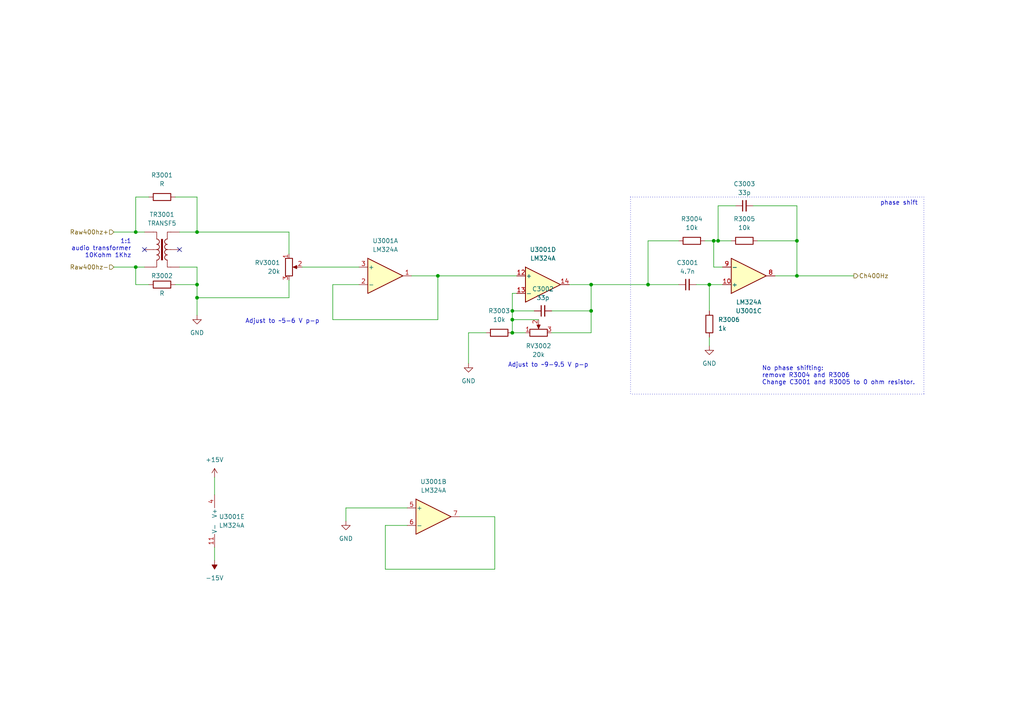
<source format=kicad_sch>
(kicad_sch (version 20231120) (generator "eeschema") (generator_version "8.0")
  (paper "A4")
  (lib_symbols
    (symbol "Amplifier_Operational:LM324A" (pin_names (offset 0.127))
      (property "Reference" "U" (at 0 5.08 0))
      (property "Value" "LM324A" (at 0 -5.08 0))
      (symbol "LM324A_1_1"
        (polyline (pts (xy -5.08 5.08) (xy 5.08 0) (xy -5.08 -5.08) (xy -5.08 5.08)) (stroke (width 0.254)) (fill (type background)))
        (pin output line (at 7.62 0 180) (length 2.54) (name "~") (number "1"))
        (pin input line (at -7.62 -2.54 0) (length 2.54) (name "-") (number "2"))
        (pin input line (at -7.62 2.54 0) (length 2.54) (name "+") (number "3"))
      )
      (symbol "LM324A_2_1"
        (polyline (pts (xy -5.08 5.08) (xy 5.08 0) (xy -5.08 -5.08) (xy -5.08 5.08)) (stroke (width 0.254)) (fill (type background)))
        (pin input line (at -7.62 2.54 0) (length 2.54) (name "+") (number "5"))
        (pin input line (at -7.62 -2.54 0) (length 2.54) (name "-") (number "6"))
        (pin output line (at 7.62 0 180) (length 2.54) (name "~") (number "7"))
      )
      (symbol "LM324A_3_1"
        (polyline (pts (xy -5.08 5.08) (xy 5.08 0) (xy -5.08 -5.08) (xy -5.08 5.08)) (stroke (width 0.254)) (fill (type background)))
        (pin input line (at -7.62 2.54 0) (length 2.54) (name "+") (number "10"))
        (pin output line (at 7.62 0 180) (length 2.54) (name "~") (number "8"))
        (pin input line (at -7.62 -2.54 0) (length 2.54) (name "-") (number "9"))
      )
      (symbol "LM324A_4_1"
        (polyline (pts (xy -5.08 5.08) (xy 5.08 0) (xy -5.08 -5.08) (xy -5.08 5.08)) (stroke (width 0.254)) (fill (type background)))
        (pin input line (at -7.62 2.54 0) (length 2.54) (name "+") (number "12"))
        (pin input line (at -7.62 -2.54 0) (length 2.54) (name "-") (number "13"))
        (pin output line (at 7.62 0 180) (length 2.54) (name "~") (number "14"))
      )
      (symbol "LM324A_5_1"
        (pin power_in line (at -2.54 -7.62 90) (length 3.81) (name "V-") (number "11"))
        (pin power_in line (at -2.54 7.62 270) (length 3.81) (name "V+") (number "4"))
      )
    )
    (symbol "Device:C_Small" (pin_numbers hide) (pin_names (offset 0.254) hide)
      (property "Reference" "C" (at 0.254 1.778 0))
      (property "Value" "C_Small" (at 0.254 -2.032 0))
      (symbol "C_Small_0_1"
        (polyline (pts (xy -1.524 -0.508) (xy 1.524 -0.508)) (stroke (width 0.3302)))
        (polyline (pts (xy -1.524 0.508) (xy 1.524 0.508)) (stroke (width 0.3048)))
      )
      (symbol "C_Small_1_1"
        (pin passive line (at 0 2.54 270) (length 2.032) (name "~") (number "1"))
        (pin passive line (at 0 -2.54 90) (length 2.032) (name "~") (number "2"))
      )
    )
    (symbol "Device:R" (pin_numbers hide) (pin_names (offset 0))
      (property "Reference" "R" (at 2.032 0 90))
      (property "Value" "R" (at 0 0 90))
      (symbol "R_0_1"
        (rectangle (start -1.016 -2.54) (end 1.016 2.54) (stroke (width 0.254)))
      )
      (symbol "R_1_1"
        (pin passive line (at 0 3.81 270) (length 1.27) (name "~") (number "1"))
        (pin passive line (at 0 -3.81 90) (length 1.27) (name "~") (number "2"))
      )
    )
    (symbol "Device:R_Potentiometer" (pin_names (offset 1.016) hide)
      (property "Reference" "RV" (at -4.445 0 90))
      (property "Value" "R_Potentiometer" (at -2.54 0 90))
      (symbol "R_Potentiometer_0_1"
        (polyline (pts (xy 2.54 0) (xy 1.524 0)))
        (polyline (pts (xy 1.143 0) (xy 2.286 0.508) (xy 2.286 -0.508) (xy 1.143 0)) (fill (type outline)))
        (rectangle (start 1.016 2.54) (end -1.016 -2.54) (stroke (width 0.254)))
      )
      (symbol "R_Potentiometer_1_1"
        (pin passive line (at 0 3.81 270) (length 1.27) (name "1") (number "1"))
        (pin passive line (at 3.81 0 180) (length 1.27) (name "2") (number "2"))
        (pin passive line (at 0 -3.81 90) (length 1.27) (name "3") (number "3"))
      )
    )
    (symbol "Transformer:TRANSF5" (pin_numbers hide) (pin_names (offset 0))
      (property "Reference" "TR" (at 0 6.35 0))
      (property "Value" "TRANSF5" (at 0 -6.35 0))
      (symbol "TRANSF5_0_1"
        (arc (start -1.524 -3.048) (mid -0.7653 -2.286) (end -1.524 -1.524) (stroke (width 0.2032)))
        (arc (start -1.524 -1.524) (mid -0.7653 -0.762) (end -1.524 0) (stroke (width 0.2032)))
        (arc (start -1.524 0) (mid -0.7653 0.762) (end -1.524 1.524) (stroke (width 0.2032)))
        (arc (start -1.524 1.524) (mid -0.7653 2.286) (end -1.524 3.048) (stroke (width 0.2032)))
        (rectangle (start -0.254 3.048) (end 0.254 -3.048) (stroke (width 0.0254)) (fill (type outline)))
        (polyline (pts (xy -1.524 0) (xy -2.54 0) (xy -2.54 0)) (fill (type outline)))
        (polyline (pts (xy 1.524 0) (xy 2.54 0) (xy 2.54 0)) (fill (type outline)))
        (polyline (pts (xy -2.54 5.08) (xy -1.524 5.08) (xy -1.524 3.048) (xy -1.524 3.048)) (stroke (width 0.1524)))
        (polyline (pts (xy -1.524 -3.048) (xy -1.524 -5.08) (xy -2.54 -5.08) (xy -2.54 -5.08)) (stroke (width 0.1524)))
        (polyline (pts (xy 1.524 3.048) (xy 1.524 5.08) (xy 2.54 5.08) (xy 2.54 5.08)) (stroke (width 0.1524)))
        (polyline (pts (xy 2.54 -5.08) (xy 1.524 -5.08) (xy 1.524 -3.048) (xy 1.524 -3.048)) (stroke (width 0.1524)))
        (arc (start 1.524 -1.524) (mid 0.7653 -2.286) (end 1.524 -3.048) (stroke (width 0.2032)))
        (arc (start 1.524 0) (mid 0.7653 -0.762) (end 1.524 -1.524) (stroke (width 0.2032)))
        (arc (start 1.524 1.524) (mid 0.7653 0.762) (end 1.524 0) (stroke (width 0.2032)))
        (arc (start 1.524 3.048) (mid 0.7653 2.286) (end 1.524 1.524) (stroke (width 0.2032)))
      )
      (symbol "TRANSF5_1_1"
        (pin passive line (at -5.08 5.08 0) (length 2.54) (name "~") (number "1"))
        (pin passive line (at -5.08 0 0) (length 2.54) (name "~") (number "2"))
        (pin passive line (at -5.08 -5.08 0) (length 2.54) (name "~") (number "3"))
        (pin passive line (at 5.08 -5.08 180) (length 2.54) (name "~") (number "4"))
        (pin passive line (at 5.08 0 180) (length 2.54) (name "~") (number "5"))
        (pin passive line (at 5.08 5.08 180) (length 2.54) (name "~") (number "6"))
      )
    )
    (symbol "power:+15V" (power) (pin_names (offset 0))
      (property "Value" "+15V" (at 0 3.556 0))
      (symbol "+15V_0_1"
        (polyline (pts (xy -0.762 1.27) (xy 0 2.54)))
        (polyline (pts (xy 0 0) (xy 0 2.54)))
        (polyline (pts (xy 0 2.54) (xy 0.762 1.27)))
      )
      (symbol "+15V_1_1"
        (pin power_in line (at 0 0 90) (length 0) hide (name "+15V") (number "1"))
      )
    )
    (symbol "power:-15V" (power) (pin_names (offset 0))
      (property "Value" "-15V" (at 0 3.81 0))
      (symbol "-15V_0_0"
        (pin power_in line (at 0 0 90) (length 0) hide (name "-15V") (number "1"))
      )
      (symbol "-15V_0_1"
        (polyline (pts (xy 0 0) (xy 0 1.27) (xy 0.762 1.27) (xy 0 2.54) (xy -0.762 1.27) (xy 0 1.27)) (fill (type outline)))
      )
    )
    (symbol "power:GND" (power) (pin_names (offset 0))
      (property "Value" "GND" (at 0 -3.81 0))
      (symbol "GND_0_1"
        (polyline (pts (xy 0 0) (xy 0 -1.27) (xy 1.27 -1.27) (xy 0 -2.54) (xy -1.27 -1.27) (xy 0 -1.27)))
      )
      (symbol "GND_1_1"
        (pin power_in line (at 0 0 270) (length 0) hide (name "GND") (number "1"))
      )
    )
  )
  (junction (at 207.01 69.85))
  (junction (at 171.45 82.55))
  (junction (at 171.45 90.17))
  (junction (at 148.59 92.71))
  (junction (at 57.15 86.36))
  (junction (at 127 80.01))
  (junction (at 231.14 69.85))
  (junction (at 39.37 77.47))
  (junction (at 187.96 82.55))
  (junction (at 205.74 82.55))
  (junction (at 39.37 67.31))
  (junction (at 148.59 90.17))
  (junction (at 208.28 69.85))
  (junction (at 231.14 80.01))
  (junction (at 57.15 67.31))
  (junction (at 57.15 82.55))
  (junction (at 148.59 96.52))
  (no_connect (at 41.91 72.39))
  (no_connect (at 52.07 72.39))
  (wire (pts (xy 231.14 69.85) (xy 231.14 80.01)))
  (wire (pts (xy 209.55 77.47) (xy 207.01 77.47)))
  (wire (pts (xy 224.79 80.01) (xy 231.14 80.01)))
  (wire (pts (xy 111.76 152.4) (xy 118.11 152.4)))
  (wire (pts (xy 207.01 77.47) (xy 207.01 69.85)))
  (wire (pts (xy 148.59 85.09) (xy 148.59 90.17)))
  (wire (pts (xy 201.93 82.55) (xy 205.74 82.55)))
  (wire (pts (xy 160.02 96.52) (xy 171.45 96.52)))
  (wire (pts (xy 119.38 80.01) (xy 127 80.01)))
  (wire (pts (xy 231.14 59.69) (xy 231.14 69.85)))
  (wire (pts (xy 213.36 59.69) (xy 208.28 59.69)))
  (wire (pts (xy 219.71 69.85) (xy 231.14 69.85)))
  (wire (pts (xy 57.15 67.31) (xy 83.82 67.31)))
  (wire (pts (xy 39.37 77.47) (xy 41.91 77.47)))
  (wire (pts (xy 127 80.01) (xy 127 92.71)))
  (wire (pts (xy 62.23 158.75) (xy 62.23 162.56)))
  (wire (pts (xy 118.11 147.32) (xy 100.33 147.32)))
  (wire (pts (xy 111.76 165.1) (xy 111.76 152.4)))
  (wire (pts (xy 57.15 57.15) (xy 57.15 67.31)))
  (wire (pts (xy 148.59 96.52) (xy 152.4 96.52)))
  (wire (pts (xy 187.96 82.55) (xy 187.96 69.85)))
  (wire (pts (xy 96.52 92.71) (xy 96.52 82.55)))
  (wire (pts (xy 127 80.01) (xy 149.86 80.01)))
  (wire (pts (xy 140.97 96.52) (xy 135.89 96.52)))
  (wire (pts (xy 87.63 77.47) (xy 104.14 77.47)))
  (wire (pts (xy 39.37 82.55) (xy 43.18 82.55)))
  (wire (pts (xy 33.02 77.47) (xy 39.37 77.47)))
  (wire (pts (xy 207.01 69.85) (xy 208.28 69.85)))
  (wire (pts (xy 83.82 81.28) (xy 83.82 86.36)))
  (wire (pts (xy 143.51 149.86) (xy 143.51 165.1)))
  (wire (pts (xy 171.45 90.17) (xy 171.45 96.52)))
  (wire (pts (xy 160.02 90.17) (xy 171.45 90.17)))
  (wire (pts (xy 127 92.71) (xy 96.52 92.71)))
  (wire (pts (xy 57.15 86.36) (xy 57.15 91.44)))
  (wire (pts (xy 208.28 69.85) (xy 212.09 69.85)))
  (wire (pts (xy 57.15 86.36) (xy 83.82 86.36)))
  (wire (pts (xy 231.14 80.01) (xy 247.65 80.01)))
  (wire (pts (xy 187.96 69.85) (xy 196.85 69.85)))
  (wire (pts (xy 96.52 82.55) (xy 104.14 82.55)))
  (wire (pts (xy 204.47 69.85) (xy 207.01 69.85)))
  (wire (pts (xy 148.59 90.17) (xy 154.94 90.17)))
  (polyline (pts (xy 182.88 57.15) (xy 182.88 114.3)) (stroke (width 0) (type dot)))
  (wire (pts (xy 133.35 149.86) (xy 143.51 149.86)))
  (wire (pts (xy 187.96 82.55) (xy 196.85 82.55)))
  (wire (pts (xy 218.44 59.69) (xy 231.14 59.69)))
  (wire (pts (xy 100.33 147.32) (xy 100.33 151.13)))
  (wire (pts (xy 205.74 82.55) (xy 205.74 90.17)))
  (polyline (pts (xy 267.97 57.15) (xy 267.97 114.3)) (stroke (width 0) (type dot)))
  (wire (pts (xy 208.28 59.69) (xy 208.28 69.85)))
  (wire (pts (xy 57.15 77.47) (xy 57.15 82.55)))
  (wire (pts (xy 171.45 82.55) (xy 187.96 82.55)))
  (wire (pts (xy 83.82 67.31) (xy 83.82 73.66)))
  (wire (pts (xy 43.18 57.15) (xy 39.37 57.15)))
  (wire (pts (xy 62.23 138.43) (xy 62.23 143.51)))
  (wire (pts (xy 149.86 85.09) (xy 148.59 85.09)))
  (wire (pts (xy 50.8 57.15) (xy 57.15 57.15)))
  (polyline (pts (xy 182.88 57.15) (xy 267.97 57.15)) (stroke (width 0) (type dot)))
  (wire (pts (xy 135.89 96.52) (xy 135.89 105.41)))
  (wire (pts (xy 171.45 90.17) (xy 171.45 82.55)))
  (wire (pts (xy 143.51 165.1) (xy 111.76 165.1)))
  (wire (pts (xy 205.74 82.55) (xy 209.55 82.55)))
  (wire (pts (xy 148.59 90.17) (xy 148.59 92.71)))
  (wire (pts (xy 57.15 82.55) (xy 57.15 86.36)))
  (wire (pts (xy 39.37 57.15) (xy 39.37 67.31)))
  (wire (pts (xy 156.21 92.71) (xy 148.59 92.71)))
  (polyline (pts (xy 267.97 114.3) (xy 182.88 114.3)) (stroke (width 0) (type dot)))
  (wire (pts (xy 165.1 82.55) (xy 171.45 82.55)))
  (wire (pts (xy 39.37 67.31) (xy 41.91 67.31)))
  (wire (pts (xy 52.07 77.47) (xy 57.15 77.47)))
  (wire (pts (xy 52.07 67.31) (xy 57.15 67.31)))
  (wire (pts (xy 33.02 67.31) (xy 39.37 67.31)))
  (wire (pts (xy 39.37 77.47) (xy 39.37 82.55)))
  (wire (pts (xy 50.8 82.55) (xy 57.15 82.55)))
  (wire (pts (xy 148.59 92.71) (xy 148.59 96.52)))
  (wire (pts (xy 205.74 97.79) (xy 205.74 100.33)))
  (text "Adjust to ~9-9.5 V p-p" (at 147.32 106.68 0) (effects (font (size 1.27 1.27)) (justify left bottom)))
  (text "1:1\naudio transformer\n10Kohm 1Khz" (at 38.1 74.93 0) (effects (font (size 1.27 1.27)) (justify right bottom)))
  (text "No phase shifting:\nremove R3004 and R3006\nChange C3001 and R3005 to 0 ohm resistor." (at 220.98 111.76 0) (effects (font (size 1.27 1.27)) (justify left bottom)))
  (text "Adjust to ~5-6 V p-p" (at 71.12 93.98 0) (effects (font (size 1.27 1.27)) (justify left bottom)))
  (text "phase shift" (at 255.27 59.69 0) (effects (font (size 1.27 1.27)) (justify left bottom)))
  (hierarchical_label "Raw400hz+" (shape input) (at 33.02 67.31 180))
  (hierarchical_label "Ch400Hz" (shape output) (at 247.65 80.01 0))
  (hierarchical_label "Raw400hz-" (shape input) (at 33.02 77.47 180))
  (symbol (lib_id "power:GND") (at 100.33 151.13 0) (unit 1)
    (property "Reference" "#PWR0116" (effects (hide yes)))
    (property "Value" "GND" (at 100.33 156.21 0))
  )
  (symbol (lib_id "Transformer:TRANSF5") (at 46.99 72.39 0) (unit 1)
    (property "Reference" "TR3001" (at 46.99 62.23 0))
    (property "Value" "TRANSF5" (at 46.99 64.77 0))
    (property "Footprint" "z_mylib:Audio_trafo_6_pin" (effects (hide yes)))
  )
  (symbol (lib_id "Device:C_Small") (at 215.9 59.69 90) (unit 1)
    (property "Reference" "C3003" (at 215.9063 53.34 90))
    (property "Value" "33p" (at 215.9063 55.88 90))
    (property "Footprint" "Capacitor_SMD:C_0805_2012Metric" (effects (hide yes)))
  )
  (symbol (lib_id "Amplifier_Operational:LM324A") (at 64.77 151.13 0) (unit 5)
    (property "Reference" "U3001" (at 63.5 149.8599 0) (effects (justify left)))
    (property "Value" "LM324A" (at 63.5 152.3999 0) (effects (justify left)))
    (property "Footprint" "Package_DIP:DIP-14_W7.62mm" (effects (hide yes)))
    (property "Datasheet" "http://www.ti.com/lit/ds/symlink/lm2902-n.pdf" (effects (hide yes)))
  )
  (symbol (lib_id "power:GND") (at 205.74 100.33 0) (unit 1)
    (property "Reference" "#PWR0113" (effects (hide yes)))
    (property "Value" "GND" (at 205.74 105.41 0))
  )
  (symbol (lib_id "Device:R") (at 144.78 96.52 90) (unit 1)
    (property "Reference" "R3003" (at 144.78 90.17 90))
    (property "Value" "10k" (at 144.78 92.71 90))
    (property "Footprint" "Resistor_SMD:R_0805_2012Metric" (effects (hide yes)))
  )
  (symbol (lib_id "Amplifier_Operational:LM324A") (at 111.76 80.01 0) (unit 1)
    (property "Reference" "U3001" (at 111.76 69.85 0))
    (property "Value" "LM324A" (at 111.76 72.39 0))
    (property "Footprint" "Package_DIP:DIP-14_W7.62mm" (effects (hide yes)))
    (property "Datasheet" "http://www.ti.com/lit/ds/symlink/lm2902-n.pdf" (effects (hide yes)))
  )
  (symbol (lib_id "Device:R") (at 215.9 69.85 90) (unit 1)
    (property "Reference" "R3005" (at 215.9 63.5 90))
    (property "Value" "10k" (at 215.9 66.04 90))
    (property "Footprint" "Resistor_SMD:R_0805_2012Metric" (effects (hide yes)))
  )
  (symbol (lib_id "Device:R") (at 46.99 57.15 90) (unit 1) (in_bom no)
    (property "Reference" "R3001" (at 46.99 50.8 90))
    (property "Value" "R" (at 46.99 53.34 90))
    (property "Footprint" "Resistor_SMD:R_0805_2012Metric" (effects (hide yes)))
  )
  (symbol (lib_id "Amplifier_Operational:LM324A") (at 217.17 80.01 0) (mirror x) (unit 3)
    (property "Reference" "U3001" (at 217.17 90.17 0))
    (property "Value" "LM324A" (at 217.17 87.63 0))
    (property "Footprint" "Package_DIP:DIP-14_W7.62mm" (effects (hide yes)))
    (property "Datasheet" "http://www.ti.com/lit/ds/symlink/lm2902-n.pdf" (effects (hide yes)))
  )
  (symbol (lib_id "Device:R") (at 205.74 93.98 180) (unit 1)
    (property "Reference" "R3006" (at 208.28 92.71 0) (effects (justify right)))
    (property "Value" "1k" (at 208.28 95.25 0) (effects (justify right)))
    (property "Footprint" "Resistor_SMD:R_0805_2012Metric" (effects (hide yes)))
  )
  (symbol (lib_id "Device:R_Potentiometer") (at 83.82 77.47 0) (unit 1)
    (property "Reference" "RV3001" (at 81.28 76.1999 0) (effects (justify right)))
    (property "Value" "20k" (at 81.28 78.7399 0) (effects (justify right)))
    (property "Footprint" "Potentiometer_THT:Potentiometer_Bourns_3266W_Vertical" (effects (hide yes)))
  )
  (symbol (lib_id "Device:R_Potentiometer") (at 156.21 96.52 90) (unit 1)
    (property "Reference" "RV3002" (at 156.21 100.33 90))
    (property "Value" "20k" (at 156.21 102.87 90))
    (property "Footprint" "Potentiometer_THT:Potentiometer_Bourns_3266W_Vertical" (effects (hide yes)))
  )
  (symbol (lib_id "power:+15V") (at 62.23 138.43 0) (unit 1)
    (property "Reference" "#PWR0114" (effects (hide yes)))
    (property "Value" "+15V" (at 62.23 133.35 0))
  )
  (symbol (lib_id "power:GND") (at 135.89 105.41 0) (unit 1)
    (property "Reference" "#PWR0117" (effects (hide yes)))
    (property "Value" "GND" (at 135.89 110.49 0))
  )
  (symbol (lib_id "Device:C_Small") (at 157.48 90.17 90) (unit 1)
    (property "Reference" "C3002" (at 157.4863 83.82 90))
    (property "Value" "33p" (at 157.4863 86.36 90))
    (property "Footprint" "Capacitor_SMD:C_0805_2012Metric" (effects (hide yes)))
  )
  (symbol (lib_id "Amplifier_Operational:LM324A") (at 125.73 149.86 0) (unit 2)
    (property "Reference" "U3001" (at 125.73 139.7 0))
    (property "Value" "LM324A" (at 125.73 142.24 0))
    (property "Footprint" "Package_DIP:DIP-14_W7.62mm" (effects (hide yes)))
    (property "Datasheet" "http://www.ti.com/lit/ds/symlink/lm2902-n.pdf" (effects (hide yes)))
  )
  (symbol (lib_id "Device:R") (at 46.99 82.55 90) (unit 1) (in_bom no)
    (property "Reference" "R3002" (at 46.99 80.01 90))
    (property "Value" "R" (at 46.99 85.09 90))
    (property "Footprint" "Resistor_SMD:R_0805_2012Metric" (effects (hide yes)))
  )
  (symbol (lib_id "Device:C_Small") (at 199.39 82.55 90) (unit 1)
    (property "Reference" "C3001" (at 199.3963 76.2 90))
    (property "Value" "4.7n" (at 199.3963 78.74 90))
    (property "Footprint" "Capacitor_SMD:C_0805_2012Metric" (effects (hide yes)))
  )
  (symbol (lib_id "Device:R") (at 200.66 69.85 90) (unit 1)
    (property "Reference" "R3004" (at 200.66 63.5 90))
    (property "Value" "10k" (at 200.66 66.04 90))
    (property "Footprint" "Resistor_SMD:R_0805_2012Metric" (effects (hide yes)))
  )
  (symbol (lib_id "power:-15V") (at 62.23 162.56 180) (unit 1)
    (property "Reference" "#PWR0115" (effects (hide yes)))
    (property "Value" "-15V" (at 62.23 167.64 0))
  )
  (symbol (lib_id "power:GND") (at 57.15 91.44 0) (unit 1)
    (property "Reference" "#PWR0112" (effects (hide yes)))
    (property "Value" "GND" (at 57.15 96.52 0))
  )
  (symbol (lib_id "Amplifier_Operational:LM324A") (at 157.48 82.55 0) (unit 4)
    (property "Reference" "U3001" (at 157.48 72.39 0))
    (property "Value" "LM324A" (at 157.48 74.93 0))
    (property "Footprint" "Package_DIP:DIP-14_W7.62mm" (effects (hide yes)))
    (property "Datasheet" "http://www.ti.com/lit/ds/symlink/lm2902-n.pdf" (effects (hide yes)))
  )
)
</source>
